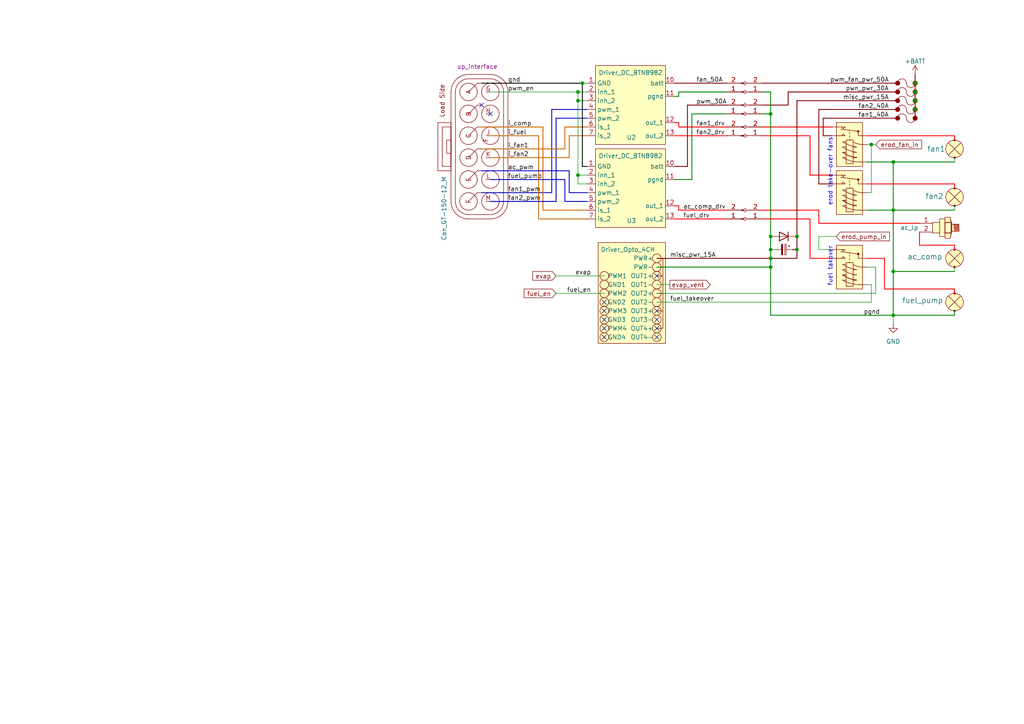
<source format=kicad_sch>
(kicad_sch (version 20231120) (generator "eeschema") (generator_version "8.0")
  (paper "A4")
  (title_block (title "Tahoe_Inputs") (date "2023-12-20") (rev "0.7"))
  (lib_symbols
    (symbol "Connector:Conn_01x02_Pin" (pin_names (offset 1.016) hide)
      (property "Reference" "J" (at 0 2.54 0))
      (property "Value" "Conn_01x02_Pin" (at 0 -5.08 0))
      (symbol "Conn_01x02_Pin_1_1"
        (polyline (pts (xy 1.27 -2.54) (xy 0.8636 -2.54)) (stroke (width 0.1524)))
        (polyline (pts (xy 1.27 0) (xy 0.8636 0)) (stroke (width 0.1524)))
        (rectangle (start 0.8636 -2.413) (end 0 -2.667) (stroke (width 0.1524)) (fill (type outline)))
        (rectangle (start 0.8636 0.127) (end 0 -0.127) (stroke (width 0.1524)) (fill (type outline)))
        (pin passive line (at 5.08 0 180) (length 3.81) (name "Pin_1") (number "1"))
        (pin passive line (at 5.08 -2.54 180) (length 3.81) (name "Pin_2") (number "2"))
      )
    )
    (symbol "Connector:Conn_01x02_Socket" (pin_names (offset 1.016) hide)
      (property "Reference" "J" (at 0 2.54 0))
      (property "Value" "Conn_01x02_Socket" (at 0 -5.08 0))
      (symbol "Conn_01x02_Socket_1_1"
        (arc (start 0 -2.032) (mid -0.5058 -2.54) (end 0 -3.048) (stroke (width 0.1524)))
        (polyline (pts (xy -1.27 -2.54) (xy -0.508 -2.54)) (stroke (width 0.1524)))
        (polyline (pts (xy -1.27 0) (xy -0.508 0)) (stroke (width 0.1524)))
        (arc (start 0 0.508) (mid -0.5058 0) (end 0 -0.508) (stroke (width 0.1524)))
        (pin passive line (at -5.08 0 0) (length 3.81) (name "Pin_1") (number "1"))
        (pin passive line (at -5.08 -2.54 0) (length 3.81) (name "Pin_2") (number "2"))
      )
    )
    (symbol "Device:C_Polarized_Small" (pin_numbers hide) (pin_names (offset 0.254) hide)
      (property "Reference" "C" (at 0.254 1.778 0))
      (property "Value" "C_Polarized_Small" (at 0.254 -2.032 0))
      (symbol "C_Polarized_Small_0_1"
        (rectangle (start -1.524 -0.3048) (end 1.524 -0.6858) (fill (type outline)))
        (rectangle (start -1.524 0.6858) (end 1.524 0.3048))
        (polyline (pts (xy -1.27 1.524) (xy -0.762 1.524)))
        (polyline (pts (xy -1.016 1.27) (xy -1.016 1.778)))
      )
      (symbol "C_Polarized_Small_1_1"
        (pin passive line (at 0 2.54 270) (length 1.8542) (name "~") (number "1"))
        (pin passive line (at 0 -2.54 90) (length 1.8542) (name "~") (number "2"))
      )
    )
    (symbol "Device:D" (pin_numbers hide) (pin_names (offset 1.016) hide)
      (property "Reference" "D" (at 0 2.54 0))
      (property "Value" "D" (at 0 -2.54 0))
      (symbol "D_0_1"
        (polyline (pts (xy -1.27 1.27) (xy -1.27 -1.27)) (stroke (width 0.254)))
        (polyline (pts (xy 1.27 0) (xy -1.27 0)))
        (polyline (pts (xy 1.27 1.27) (xy 1.27 -1.27) (xy -1.27 0) (xy 1.27 1.27)) (stroke (width 0.254)))
      )
      (symbol "D_1_1"
        (pin passive line (at -3.81 0 0) (length 2.54) (name "K") (number "1"))
        (pin passive line (at 3.81 0 180) (length 2.54) (name "A") (number "2"))
      )
    )
    (symbol "Driver_DC_BTN8982_1"
      (property "Reference" "U1" (at 12.954 -15.748 0))
      (property "Value" "Driver_DC_BTN8982" (at 12.7 3.048 0))
      (symbol "Driver_DC_BTN8982_1_1_1"
        (rectangle (start 2.54 5.08) (end 22.86 -17.78) (fill (type background)))
        (pin power_in line (at 0 0 0) (length 2.54) (name "GND") (number "1"))
        (pin power_in line (at 25.4 0 180) (length 2.54) (name "batt") (number "10"))
        (pin power_in line (at 25.4 -3.81 180) (length 2.54) (name "pgnd") (number "11"))
        (pin output line (at 25.4 -11.43 180) (length 2.54) (name "out_1") (number "12"))
        (pin output line (at 25.4 -15.24 180) (length 2.54) (name "out_2") (number "13"))
        (pin input line (at 0 -2.54 0) (length 2.54) (name "inh_1") (number "2"))
        (pin input line (at 0 -5.08 0) (length 2.54) (name "inh_2") (number "3"))
        (pin input line (at 0 -7.62 0) (length 2.54) (name "pwm_1") (number "4"))
        (pin input line (at 0 -10.16 0) (length 2.54) (name "pwm_2") (number "5"))
        (pin output line (at 0 -12.7 0) (length 2.54) (name "is_1") (number "6"))
        (pin output line (at 0 -15.24 0) (length 2.54) (name "is_2") (number "7"))
      )
    )
    (symbol "power:+BATT" (power) (pin_numbers hide) (pin_names (offset 0) hide)
      (property "Value" "+BATT" (at 0 3.556 0))
      (symbol "+BATT_0_1"
        (polyline (pts (xy -0.762 1.27) (xy 0 2.54)))
        (polyline (pts (xy 0 0) (xy 0 2.54)))
        (polyline (pts (xy 0 2.54) (xy 0.762 1.27)))
      )
      (symbol "+BATT_1_1"
        (pin power_in line (at 0 0 90) (length 0) (name "~") (number "1"))
      )
    )
    (symbol "power:GND" (power) (pin_numbers hide) (pin_names (offset 0) hide)
      (property "Value" "GND" (at 0 -3.81 0))
      (symbol "GND_0_1"
        (polyline (pts (xy 0 0) (xy 0 -1.27) (xy 1.27 -1.27) (xy 0 -2.54) (xy -1.27 -1.27) (xy 0 -1.27)))
      )
      (symbol "GND_1_1"
        (pin power_in line (at 0 0 270) (length 0) (name "~") (number "1"))
      )
    )
    (symbol "~2023:Con_GT-150-12_M" (pin_names (offset 1.016))
      (property "Value" "Con_GT-150-12_M" (at -1.27 13.97 0))
      (symbol "Con_GT-150-12_M_0_0"
        (arc (start -21.59 -2.54) (mid -20.1006 -6.1231) (end -16.51 -7.62))
        (arc (start -20.32 -2.54) (mid -19.2041 -5.2341) (end -16.51 -6.35))
        (arc (start -16.51 7.62) (mid -19.2041 6.5041) (end -20.32 3.81))
        (arc (start -16.51 8.89) (mid -20.0931 7.4006) (end -21.59 3.81))
        (rectangle (start -7.62 8.89) (end 6.35 12.7))
        (rectangle (start -6.35 8.89) (end 5.08 11.43))
        (rectangle (start -2.54 8.89) (end 1.27 10.16))
        (polyline (pts (xy -21.59 3.81) (xy -21.59 -2.54)))
        (polyline (pts (xy -20.32 -2.54) (xy -20.32 3.81)))
        (polyline (pts (xy -16.51 -7.62) (xy 15.24 -7.62)))
        (polyline (pts (xy -16.51 7.62) (xy 15.24 7.62)) (fill (type background)))
        (polyline (pts (xy 15.24 -6.35) (xy -16.51 -6.35)))
        (polyline (pts (xy 15.24 8.89) (xy -16.51 8.89)) (fill (type background)))
        (polyline (pts (xy 19.05 3.81) (xy 19.05 -2.54)))
        (polyline (pts (xy 20.32 3.81) (xy 20.32 -2.54)))
        (arc (start 15.24 -7.62) (mid 18.8231 -6.1306) (end 20.32 -2.54))
        (arc (start 15.24 -6.35) (mid 17.9341 -5.2341) (end 19.05 -2.54))
        (arc (start 19.05 3.81) (mid 17.9341 6.5041) (end 15.24 7.62))
        (arc (start 20.32 3.81) (mid 18.8306 7.3931) (end 15.24 8.89))
        (text "F" (at 1.27 -1.27 0) (effects (font (size 1.27 1.27))))
        (text "Load Side" (at 12.7 11.43 0) (effects (font (size 1.27 1.27))))
      )
      (symbol "Con_GT-150-12_M_0_1"
        (circle (center -16.51 -2.54) (radius 2.54))
        (circle (center -10.16 -2.54) (radius 2.54))
        (circle (center -3.81 -2.54) (radius 2.54))
        (circle (center 2.54 -2.54) (radius 2.54))
        (circle (center 8.89 -2.54) (radius 2.54))
        (circle (center 15.24 -2.54) (radius 2.54))
      )
      (symbol "Con_GT-150-12_M_1_1"
        (circle (center -16.51 3.81) (radius 2.54))
        (circle (center -10.16 3.81) (radius 2.54))
        (circle (center -3.81 3.81) (radius 2.54))
        (polyline (pts (xy -13.97 1.27) (xy -16.51 3.81)))
        (polyline (pts (xy -7.62 1.27) (xy -10.16 3.81)))
        (polyline (pts (xy -1.27 1.27) (xy -3.81 3.81)))
        (polyline (pts (xy 5.08 1.27) (xy 2.54 3.81)))
        (polyline (pts (xy 11.43 1.27) (xy 8.89 3.81)))
        (polyline (pts (xy 15.24 3.81) (xy 17.78 1.27)))
        (circle (center 2.54 3.81) (radius 2.54))
        (circle (center 8.89 3.81) (radius 2.54))
        (circle (center 15.24 3.81) (radius 2.54))
        (text "A" (at 15.24 3.81 0) (effects (font (size 1.27 1.27))))
        (text "B" (at 8.89 3.81 0) (effects (font (size 1.27 1.27))))
        (text "C" (at 2.54 3.81 0) (effects (font (size 1.27 1.27))))
        (text "D" (at -3.81 3.81 0) (effects (font (size 1.27 1.27))))
        (text "E" (at -10.16 3.81 0) (effects (font (size 1.27 1.27))))
        (text "F" (at -16.51 3.81 0) (effects (font (size 1.27 1.27))))
        (pin passive line (at 15.24 -2.54 90) (length 1.27) (name "~") (number "G"))
        (pin passive line (at 8.89 -2.54 90) (length 1.27) (name "~") (number "H"))
        (pin passive line (at 2.54 -2.54 90) (length 1.27) (name "~") (number "J"))
        (pin passive line (at -3.81 -2.54 90) (length 1.27) (name "~") (number "K"))
        (pin passive line (at -10.16 -2.54 90) (length 1.27) (name "~") (number "L"))
        (pin passive line (at -16.51 -2.54 90) (length 1.27) (name "~") (number "M"))
        (pin passive line (at -13.97 0 90) (length 1.27) (name "~") (number "~"))
        (pin passive line (at -7.62 0 90) (length 1.27) (name "~") (number "~"))
        (pin passive line (at -1.27 0 90) (length 1.27) (name "~") (number "~"))
        (pin passive line (at 5.08 0 90) (length 1.27) (name "~") (number "~"))
        (pin passive line (at 11.43 0 90) (length 1.27) (name "~") (number "~"))
        (pin passive line (at 17.78 0 90) (length 1.27) (name "~") (number "~"))
      )
    )
    (symbol "~2023:Driver_Opto_4CH" (pin_names (offset 1.016))
      (property "Value" "Driver_Opto_4CH" (at 6.858 7.62 0))
      (symbol "Driver_Opto_4CH_0_1"
        (rectangle (start -1.778 9.652) (end 17.78 -19.558) (fill (type background)))
        (circle (center 0 -17.78) (radius 1.27))
        (circle (center 0 -15.24) (radius 1.27))
        (circle (center 0 -12.7) (radius 1.27))
        (circle (center 0 -10.16) (radius 1.27))
        (circle (center 0 -7.62) (radius 1.27))
        (circle (center 0 -5.08) (radius 1.27))
        (circle (center 0 -2.54) (radius 1.27))
        (circle (center 0 0) (radius 1.27))
        (circle (center 15.24 -17.78) (radius 1.27))
        (circle (center 15.24 -15.24) (radius 1.27))
        (circle (center 15.24 -12.7) (radius 1.27))
        (circle (center 15.24 -10.16) (radius 1.27))
        (circle (center 15.24 -7.62) (radius 1.27))
        (circle (center 15.24 -5.08) (radius 1.27))
        (circle (center 15.24 -2.54) (radius 1.27))
        (circle (center 15.24 0) (radius 1.27))
        (circle (center 15.24 2.54) (radius 1.27))
        (circle (center 15.24 5.08) (radius 1.27))
      )
      (symbol "Driver_Opto_4CH_1_1"
        (polyline (pts (xy 15.24 -10.16) (xy 17.018 -10.16)))
        (polyline (pts (xy 15.24 -5.08) (xy 17.018 -5.08)))
        (polyline (pts (xy 15.24 0) (xy 17.018 0)))
        (polyline (pts (xy 15.24 5.08) (xy 17.018 5.08) (xy 17.018 -15.24) (xy 15.24 -15.24)))
        (pin input line (at 0 -2.54 0) (length 0) (name "GND1") (number "~"))
        (pin input line (at 0 -7.62 0) (length 0) (name "GND2") (number "~"))
        (pin input line (at 0 -12.7 0) (length 0) (name "GND3") (number "~"))
        (pin input line (at 0 -17.78 0) (length 0) (name "GND4") (number "~"))
        (pin output line (at 15.24 0 180) (length 0) (name "OUT1+") (number "~"))
        (pin output line (at 15.24 -2.54 180) (length 0) (name "OUT1-") (number "~"))
        (pin output line (at 15.24 -5.08 180) (length 0) (name "OUT2+") (number "~"))
        (pin output line (at 15.24 -7.62 180) (length 0) (name "OUT2-") (number "~"))
        (pin output line (at 15.24 -10.16 180) (length 0) (name "OUT3+") (number "~"))
        (pin output line (at 15.24 -12.7 180) (length 0) (name "OUT3-") (number "~"))
        (pin output line (at 15.24 -15.24 180) (length 0) (name "OUT4+") (number "~"))
        (pin output line (at 15.24 -17.78 180) (length 0) (name "OUT4-") (number "~"))
        (pin input line (at 0 0 0) (length 0) (name "PWM1") (number "~"))
        (pin input line (at 0 -5.08 0) (length 0) (name "PWM2") (number "~"))
        (pin input line (at 0 -10.16 0) (length 0) (name "PWM3") (number "~"))
        (pin input line (at 0 -15.24 0) (length 0) (name "PWM4") (number "~"))
        (pin power_in line (at 15.24 5.08 180) (length 0) (name "PWR+") (number "~"))
        (pin power_in line (at 15.24 2.54 180) (length 0) (name "PWR-") (number "~"))
      )
    )
    (symbol "~2023:Fuse_Large" (pin_names (offset 1.016))
      (symbol "Fuse_Large_0_1"
        (circle (center -2.54 0) (radius 0.635) (stroke (width 0.127)) (fill (type outline)))
        (arc (start 0 0) (mid -1.27 1.2645) (end -2.54 0))
        (arc (start 0 0) (mid 1.27 -1.2645) (end 2.54 0))
        (circle (center 2.54 0) (radius 0.635) (fill (type outline)))
      )
      (symbol "Fuse_Large_1_1"
        (pin power_in line (at -2.54 0 180) (length 3.81) hide (name "~") (number "1"))
        (pin power_in line (at 2.54 0 0) (length 3.81) hide (name "~") (number "2"))
      )
    )
    (symbol "~2023:Motor" (power) (pin_names (offset 1.016))
      (symbol "Motor_0_1"
        (polyline (pts (xy -1.778 1.778) (xy 1.778 -1.778)))
        (polyline (pts (xy 1.778 1.778) (xy -1.778 -1.778)))
        (circle (center 0 0) (radius 2.54) (fill (type background)))
        (circle (center 2.54 0) (radius 0.254) (fill (type outline)))
      )
      (symbol "Motor_1_1"
        (circle (center -2.54 0) (radius 0.254) (fill (type outline)))
        (pin input line (at -2.54 0 180) (length 1.905) hide (name "~") (number "1"))
        (pin input line (at 2.54 0 0) (length 1.905) hide (name "~") (number "2"))
      )
    )
    (symbol "~2023:Relay_SPDT" (pin_numbers hide) (pin_names (offset 0) hide)
      (symbol "Relay_SPDT_0_1"
        (polyline (pts (xy 2.54 1.27) (xy 2.54 0)))
        (polyline (pts (xy 2.54 1.27) (xy 7.62 1.905)))
        (polyline (pts (xy 5.0292 0.5588) (xy 5.0292 1.0414)))
        (polyline (pts (xy 5.0292 1.6002) (xy 5.0292 1.4732) (xy 5.0292 1.4478)))
        (polyline (pts (xy 6.35 0) (xy 6.858 0.508) (xy 7.366 0)))
        (polyline (pts (xy 6.35 2.54) (xy 6.858 2.032) (xy 7.366 2.54)))
        (rectangle (start 1.27 3.81) (end 8.89 -8.89) (fill (type background)))
        (circle (center 2.54 1.27) (radius 0.254) (fill (type outline)))
      )
      (symbol "Relay_SPDT_1_1"
        (polyline (pts (xy 2.8702 -7.5946) (xy 1.8542 -7.5946)))
        (polyline (pts (xy 2.9972 -4.8006) (xy 4.0132 -4.8006)))
        (polyline (pts (xy 2.9972 -3.2766) (xy 4.0132 -3.2766)))
        (polyline (pts (xy 4.0132 -6.3246) (xy 2.9972 -6.3246)))
        (polyline (pts (xy 4.0132 -6.3246) (xy 2.9972 -6.3246)))
        (polyline (pts (xy 5.0292 -0.9906) (xy 5.0292 -1.2446)))
        (polyline (pts (xy 5.0292 -0.4826) (xy 5.0292 0.0254)))
        (polyline (pts (xy 7.0612 -6.3246) (xy 6.0452 -6.3246)))
        (polyline (pts (xy 7.0612 -4.8006) (xy 6.0452 -4.8006)))
        (polyline (pts (xy 7.0612 -4.8006) (xy 6.0452 -4.8006)))
        (polyline (pts (xy 7.0612 -3.2766) (xy 6.0452 -3.2766)))
        (polyline (pts (xy 7.0612 -1.7526) (xy 6.0452 -1.7526)))
        (arc (start 1.9812 -2.5146) (mid 2.9564 -2.2655) (end 3.8862 -1.8796))
        (arc (start 2.9972 -7.5946) (mid 5.1022 -7.1918) (end 7.0612 -6.3246))
        (arc (start 2.9972 -6.3246) (mid 5.1246 -5.8177) (end 7.0612 -4.8006))
        (arc (start 2.9972 -6.3246) (mid 5.1246 -5.8177) (end 7.0612 -4.8006))
        (arc (start 2.9972 -4.8006) (mid 5.1227 -4.2891) (end 7.0612 -3.2766))
        (arc (start 2.9972 -3.2766) (mid 5.1108 -2.7329) (end 7.0612 -1.7526))
        (rectangle (start 6.0452 -1.2446) (end 4.0132 -8.1026))
        (pin output line (at 10.16 2.54 180) (length 3.81) (name "~") (number "NC"))
        (pin output line (at 10.16 0 180) (length 3.81) (name "~") (number "NO"))
        (pin input line (at 0 -7.62 0) (length 1.905) (name "Coil") (number "~"))
        (pin input line (at 0 -2.54 0) (length 1.905) (name "coil") (number "~"))
        (pin output line (at 0 0 0) (length 2.54) (name "~") (number "~"))
      )
    )
    (symbol "~2023:Switch_Pressure" (pin_names (offset 1.016))
      (property "Reference" "U" (at 0 4.064 0))
      (property "Value" "Switch_Pressure" (at 0 -4.318 0))
      (symbol "Switch_Pressure_0_1"
        (rectangle (start 2.286 1.524) (end 4.064 -1.524) (fill (type background)))
      )
      (symbol "Switch_Pressure_1_1"
        (polyline (pts (xy 0.762 1.524) (xy 0.762 -1.524)))
        (polyline (pts (xy 2.286 1.524) (xy 4.064 1.524)))
        (polyline (pts (xy 4.318 -1.016) (xy 4.318 1.016)))
        (polyline (pts (xy 5.08 -1.016) (xy 4.826 1.016)))
        (polyline (pts (xy 5.334 -1.016) (xy 5.08 1.016)))
        (polyline (pts (xy 5.588 -1.016) (xy 5.334 1.016)))
        (polyline (pts (xy 5.842 -1.016) (xy 5.588 1.016)))
        (polyline (pts (xy 6.096 -1.016) (xy 5.842 1.016)))
        (polyline (pts (xy 6.35 -1.016) (xy 6.096 1.016)))
        (polyline (pts (xy 2.286 2.54) (xy 2.286 -2.54) (xy 0.762 -2.54) (xy 0.762 -1.524) (xy -1.27 -1.524) (xy -1.27 1.524) (xy 0.762 1.524) (xy 0.762 2.54) (xy 2.286 2.54) (xy 2.286 3.048) (xy 3.81 3.048) (xy 4.318 1.016) (xy 6.35 1.016) (xy 6.35 -1.016) (xy 4.318 -1.016) (xy 3.81 -3.048) (xy 2.286 -3.048) (xy 2.286 -1.524) (xy 4.064 -1.524)) (fill (type background)))
        (arc (start 3.81 -3.048) (mid 4.1329 0) (end 3.81 3.048))
        (pin input line (at -5.08 1.27 0) (length 3.81) (name "~") (number "1"))
        (pin output line (at -5.08 -1.27 0) (length 3.81) (name "~") (number "2"))
      )
    )
  )
  (junction (at 231.14 68.58))
  (junction (at 259.08 60.96))
  (junction (at 252.73 41.91))
  (junction (at 223.52 72.39))
  (junction (at 167.64 26.67))
  (junction (at 167.64 29.21))
  (junction (at 265.43 31.75))
  (junction (at 265.43 26.67))
  (junction (at 223.52 74.93))
  (junction (at 265.43 29.21))
  (junction (at 223.52 77.47))
  (junction (at 259.08 46.99))
  (junction (at 259.08 91.44))
  (junction (at 265.43 24.13))
  (junction (at 231.14 72.39))
  (junction (at 223.52 68.58))
  (junction (at 168.91 24.13))
  (junction (at 167.64 50.8))
  (junction (at 259.08 78.74))
  (junction (at 223.52 33.02))
  (no_connect (at 175.26 95.25))
  (no_connect (at 190.5 90.17))
  (no_connect (at 139.7 30.48))
  (no_connect (at 190.5 95.25))
  (no_connect (at 190.5 97.79))
  (no_connect (at 142.24 33.02))
  (no_connect (at 175.26 97.79))
  (no_connect (at 175.26 87.63))
  (no_connect (at 175.26 90.17))
  (no_connect (at 175.26 92.71))
  (no_connect (at 190.5 92.71))
  (no_connect (at 190.5 80.01))
  (wire (pts (xy 265.43 21.59) (xy 265.43 24.13)) (stroke (width 0.254) (color 132 0 0 1)))
  (wire (pts (xy 252.73 87.63) (xy 252.73 82.55)))
  (wire (pts (xy 237.49 68.58) (xy 237.49 72.39)))
  (wire (pts (xy 259.08 78.74) (xy 276.86 78.74)) (stroke (width 0.254) (color 0 132 0 1)))
  (wire (pts (xy 237.49 31.75) (xy 237.49 53.34)) (stroke (width 0.254) (color 132 0 0 1)))
  (wire (pts (xy 220.98 24.13) (xy 260.35 24.13)) (stroke (width 0.254) (color 132 0 0 1)))
  (wire (pts (xy 196.85 36.83) (xy 210.82 36.83)) (stroke (width 0.254) (color 255 0 0 1)))
  (wire (pts (xy 223.52 91.44) (xy 259.08 91.44)) (stroke (width 0.254) (color 0 132 0 1)))
  (wire (pts (xy 220.98 39.37) (xy 234.95 39.37)) (stroke (width 0.254) (color 255 0 0 1)))
  (wire (pts (xy 223.52 77.47) (xy 223.52 91.44)) (stroke (width 0.254) (color 0 132 0 1)))
  (wire (pts (xy 165.1 49.53) (xy 165.1 55.88)) (stroke (width 0.254) (color 0 0 194 1)))
  (wire (pts (xy 194.31 82.55) (xy 190.5 82.55)))
  (wire (pts (xy 266.7 67.31) (xy 266.7 71.12)) (stroke (width 0.254) (color 255 0 0 1)))
  (wire (pts (xy 167.64 26.67) (xy 170.18 26.67)))
  (wire (pts (xy 161.29 80.01) (xy 175.26 80.01)))
  (wire (pts (xy 234.95 39.37) (xy 234.95 50.8)) (stroke (width 0.254) (color 255 0 0 1)))
  (wire (pts (xy 165.1 39.37) (xy 165.1 45.72)) (stroke (width 0.254) (color 204 102 0 1)))
  (wire (pts (xy 195.58 35.56) (xy 196.85 35.56)) (stroke (width 0.254) (color 255 0 0 1)))
  (wire (pts (xy 167.64 26.67) (xy 167.64 29.21)))
  (wire (pts (xy 142.24 39.37) (xy 156.21 39.37)) (stroke (width 0.254) (color 204 102 0 1)))
  (wire (pts (xy 252.73 82.55) (xy 251.46 82.55)))
  (wire (pts (xy 256.54 83.82) (xy 256.54 74.93)) (stroke (width 0.254) (color 255 0 0 1)))
  (wire (pts (xy 223.52 68.58) (xy 223.52 71.12)))
  (wire (pts (xy 254 77.47) (xy 254 85.09)) (stroke (width 0) (color 0 132 0 1)))
  (wire (pts (xy 163.83 52.07) (xy 163.83 58.42)) (stroke (width 0.254) (color 0 0 194 1)))
  (wire (pts (xy 276.86 91.44) (xy 276.86 90.17)) (stroke (width 0.254) (color 0 132 0 1)))
  (wire (pts (xy 195.58 27.94) (xy 196.85 27.94)) (stroke (width 0.254) (color 0 132 0 1)))
  (wire (pts (xy 223.52 33.02) (xy 223.52 68.58)) (stroke (width 0.254) (color 0 132 0 1)))
  (wire (pts (xy 234.95 74.93) (xy 241.3 74.93)) (stroke (width 0.254) (color 255 0 0 1)))
  (wire (pts (xy 260.35 34.29) (xy 238.76 34.29)) (stroke (width 0.254) (color 132 0 0 1)))
  (wire (pts (xy 161.29 34.29) (xy 161.29 58.42)) (stroke (width 0.254) (color 0 0 194 1)))
  (wire (pts (xy 265.43 26.67) (xy 265.43 29.21)) (stroke (width 0.254) (color 132 0 0 1)))
  (wire (pts (xy 195.58 48.26) (xy 199.39 48.26)) (stroke (width 0.254) (color 132 0 0 1)))
  (wire (pts (xy 195.58 63.5) (xy 210.82 63.5)) (stroke (width 0.254) (color 255 0 0 1)))
  (wire (pts (xy 199.39 30.48) (xy 210.82 30.48)) (stroke (width 0.254) (color 132 0 0 1)))
  (wire (pts (xy 200.66 52.07) (xy 200.66 33.02)) (stroke (width 0.254) (color 0 132 0 1)))
  (wire (pts (xy 142.24 58.42) (xy 161.29 58.42)) (stroke (width 0.254) (color 0 0 194 1)))
  (wire (pts (xy 223.52 26.67) (xy 223.52 33.02)) (stroke (width 0.254) (color 0 132 0 1)))
  (wire (pts (xy 196.85 26.67) (xy 210.82 26.67)) (stroke (width 0.254) (color 0 132 0 1)))
  (wire (pts (xy 242.57 68.58) (xy 237.49 68.58)))
  (wire (pts (xy 195.58 52.07) (xy 200.66 52.07)) (stroke (width 0.254) (color 0 132 0 1)))
  (wire (pts (xy 259.08 60.96) (xy 259.08 78.74)) (stroke (width 0.254) (color 0 132 0 1)))
  (wire (pts (xy 265.43 24.13) (xy 265.43 26.67)) (stroke (width 0.254) (color 132 0 0 1)))
  (wire (pts (xy 195.58 59.69) (xy 196.85 59.69)) (stroke (width 0.254) (color 255 0 0 1)))
  (wire (pts (xy 238.76 39.37) (xy 241.3 39.37)) (stroke (width 0.254) (color 132 0 0 1)))
  (wire (pts (xy 139.7 49.53) (xy 165.1 49.53)) (stroke (width 0.254) (color 0 0 194 1)))
  (wire (pts (xy 167.64 50.8) (xy 170.18 50.8)))
  (wire (pts (xy 251.46 39.37) (xy 276.86 39.37)) (stroke (width 0.254) (color 255 0 0 1)))
  (wire (pts (xy 231.14 68.58) (xy 231.14 71.12)))
  (wire (pts (xy 196.85 35.56) (xy 196.85 36.83)) (stroke (width 0.254) (color 255 0 0 1)))
  (wire (pts (xy 142.24 26.67) (xy 167.64 26.67)))
  (wire (pts (xy 163.83 36.83) (xy 170.18 36.83)) (stroke (width 0.254) (color 204 102 0 1)))
  (wire (pts (xy 190.5 87.63) (xy 252.73 87.63)))
  (wire (pts (xy 160.02 31.75) (xy 170.18 31.75)) (stroke (width 0.254) (color 0 0 194 1)))
  (wire (pts (xy 220.98 36.83) (xy 241.3 36.83)) (stroke (width 0.254) (color 255 0 0 1)))
  (wire (pts (xy 163.83 58.42) (xy 170.18 58.42)) (stroke (width 0.254) (color 0 0 194 1)))
  (wire (pts (xy 254 85.09) (xy 190.5 85.09)) (stroke (width 0) (color 0 132 0 1)))
  (wire (pts (xy 259.08 46.99) (xy 259.08 60.96)) (stroke (width 0.254) (color 0 132 0 1)))
  (wire (pts (xy 165.1 39.37) (xy 170.18 39.37)) (stroke (width 0.254) (color 204 102 0 1)))
  (wire (pts (xy 231.14 29.21) (xy 231.14 68.58)) (stroke (width 0.254) (color 132 0 0 1)))
  (wire (pts (xy 142.24 52.07) (xy 163.83 52.07)) (stroke (width 0.254) (color 0 0 194 1)))
  (wire (pts (xy 223.52 74.93) (xy 190.5 74.93)) (stroke (width 0.254) (color 132 0 0 1)))
  (wire (pts (xy 234.95 50.8) (xy 241.3 50.8)) (stroke (width 0.254) (color 255 0 0 1)))
  (wire (pts (xy 157.48 60.96) (xy 170.18 60.96)) (stroke (width 0.254) (color 204 102 0 1)))
  (wire (pts (xy 163.83 36.83) (xy 163.83 43.18)) (stroke (width 0.254) (color 204 102 0 1)))
  (wire (pts (xy 251.46 55.88) (xy 252.73 55.88)))
  (wire (pts (xy 223.52 72.39) (xy 223.52 74.93)))
  (wire (pts (xy 231.14 68.58) (xy 231.14 72.39)) (stroke (width 0.254) (color 132 0 0 1)))
  (wire (pts (xy 231.14 29.21) (xy 260.35 29.21)) (stroke (width 0.254) (color 132 0 0 1)))
  (wire (pts (xy 231.14 74.93) (xy 223.52 74.93)) (stroke (width 0.254) (color 132 0 0 1)))
  (wire (pts (xy 276.86 46.99) (xy 276.86 45.72)))
  (wire (pts (xy 251.46 46.99) (xy 259.08 46.99)) (stroke (width 0.254) (color 0 132 0 1)))
  (wire (pts (xy 168.91 48.26) (xy 170.18 48.26)) (stroke (width 0.254) (color 0 0 0 1)))
  (wire (pts (xy 220.98 63.5) (xy 234.95 63.5)) (stroke (width 0.254) (color 255 0 0 1)))
  (wire (pts (xy 265.43 29.21) (xy 265.43 31.75)) (stroke (width 0.254) (color 132 0 0 1)))
  (wire (pts (xy 259.08 60.96) (xy 276.86 60.96)) (stroke (width 0.254) (color 0 132 0 1)))
  (wire (pts (xy 251.46 53.34) (xy 276.86 53.34)) (stroke (width 0.254) (color 255 0 0 1)))
  (wire (pts (xy 167.64 53.34) (xy 170.18 53.34)))
  (wire (pts (xy 139.7 36.83) (xy 157.48 36.83)) (stroke (width 0.254) (color 204 102 0 1)))
  (wire (pts (xy 241.3 53.34) (xy 237.49 53.34)) (stroke (width 0.254) (color 132 0 0 1)))
  (wire (pts (xy 223.52 77.47) (xy 190.5 77.47)) (stroke (width 0.254) (color 0 132 0 1)))
  (wire (pts (xy 196.85 60.96) (xy 210.82 60.96)) (stroke (width 0.254) (color 255 0 0 1)))
  (wire (pts (xy 196.85 26.67) (xy 196.85 27.94)) (stroke (width 0.254) (color 0 132 0 1)))
  (wire (pts (xy 156.21 39.37) (xy 156.21 63.5)) (stroke (width 0.254) (color 204 102 0 1)))
  (wire (pts (xy 276.86 71.12) (xy 276.86 72.39)) (stroke (width 0.254) (color 255 0 0 1)))
  (wire (pts (xy 228.6 26.67) (xy 228.6 30.48)) (stroke (width 0.254) (color 132 0 0 1)))
  (wire (pts (xy 167.64 29.21) (xy 170.18 29.21)))
  (wire (pts (xy 157.48 36.83) (xy 157.48 60.96)) (stroke (width 0.254) (color 204 102 0 1)))
  (wire (pts (xy 231.14 72.39) (xy 229.87 72.39)) (stroke (width 0.254) (color 132 0 0 1)))
  (wire (pts (xy 223.52 68.58) (xy 223.52 72.39)) (stroke (width 0.254) (color 0 132 0 1)))
  (wire (pts (xy 161.29 85.09) (xy 175.26 85.09)))
  (wire (pts (xy 251.46 60.96) (xy 259.08 60.96)) (stroke (width 0.254) (color 0 132 0 1)))
  (wire (pts (xy 252.73 41.91) (xy 252.73 55.88)))
  (wire (pts (xy 237.49 72.39) (xy 241.3 72.39)))
  (wire (pts (xy 251.46 77.47) (xy 254 77.47)) (stroke (width 0) (color 0 132 0 1)))
  (wire (pts (xy 252.73 41.91) (xy 254 41.91)))
  (wire (pts (xy 168.91 24.13) (xy 170.18 24.13)))
  (wire (pts (xy 220.98 26.67) (xy 223.52 26.67)) (stroke (width 0.254) (color 0 132 0 1)))
  (wire (pts (xy 168.91 24.13) (xy 168.91 48.26)) (stroke (width 0.254) (color 0 0 0 1)))
  (wire (pts (xy 231.14 72.39) (xy 231.14 74.93)) (stroke (width 0.254) (color 132 0 0 1)))
  (wire (pts (xy 276.86 39.37) (xy 276.86 40.64)) (stroke (width 0.254) (color 255 0 0 1)))
  (wire (pts (xy 161.29 34.29) (xy 170.18 34.29)) (stroke (width 0.254) (color 0 0 194 1)))
  (wire (pts (xy 160.02 31.75) (xy 160.02 55.88)) (stroke (width 0.254) (color 0 0 194 1)))
  (wire (pts (xy 195.58 24.13) (xy 210.82 24.13)) (stroke (width 0.254) (color 132 0 0 1)))
  (wire (pts (xy 276.86 59.69) (xy 276.86 60.96)))
  (wire (pts (xy 167.64 50.8) (xy 167.64 53.34)))
  (wire (pts (xy 276.86 85.09) (xy 276.86 83.82)) (stroke (width 0.254) (color 255 0 0 1)))
  (wire (pts (xy 238.76 34.29) (xy 238.76 39.37)) (stroke (width 0.254) (color 132 0 0 1)))
  (wire (pts (xy 223.52 74.93) (xy 223.52 77.47)) (stroke (width 0.254) (color 0 132 0 1)))
  (wire (pts (xy 276.86 83.82) (xy 256.54 83.82)) (stroke (width 0.254) (color 255 0 0 1)))
  (wire (pts (xy 196.85 59.69) (xy 196.85 60.96)) (stroke (width 0.254) (color 255 0 0 1)))
  (wire (pts (xy 195.58 39.37) (xy 210.82 39.37)) (stroke (width 0.254) (color 255 0 0 1)))
  (wire (pts (xy 266.7 71.12) (xy 276.86 71.12)) (stroke (width 0.254) (color 255 0 0 1)))
  (wire (pts (xy 234.95 74.93) (xy 234.95 63.5)) (stroke (width 0.254) (color 255 0 0 1)))
  (wire (pts (xy 251.46 41.91) (xy 252.73 41.91)))
  (wire (pts (xy 228.6 26.67) (xy 260.35 26.67)) (stroke (width 0.254) (color 132 0 0 1)))
  (wire (pts (xy 220.98 60.96) (xy 237.49 60.96)) (stroke (width 0.254) (color 255 0 0 1)))
  (wire (pts (xy 265.43 31.75) (xy 265.43 34.29)) (stroke (width 0.254) (color 132 0 0 1)))
  (wire (pts (xy 237.49 64.77) (xy 266.7 64.77)) (stroke (width 0.254) (color 255 0 0 1)))
  (wire (pts (xy 199.39 30.48) (xy 199.39 48.26)) (stroke (width 0.254) (color 132 0 0 1)))
  (wire (pts (xy 139.7 43.18) (xy 163.83 43.18)) (stroke (width 0.254) (color 204 102 0 1)))
  (wire (pts (xy 167.64 29.21) (xy 167.64 50.8)))
  (wire (pts (xy 259.08 46.99) (xy 276.86 46.99)) (stroke (width 0.254) (color 0 132 0 1)))
  (wire (pts (xy 142.24 45.72) (xy 165.1 45.72)) (stroke (width 0.254) (color 204 102 0 1)))
  (wire (pts (xy 276.86 77.47) (xy 276.86 78.74)))
  (wire (pts (xy 223.52 72.39) (xy 223.52 74.93)) (stroke (width 0.254) (color 0 132 0 1)))
  (wire (pts (xy 237.49 60.96) (xy 237.49 64.77)) (stroke (width 0.254) (color 255 0 0 1)))
  (wire (pts (xy 200.66 33.02) (xy 210.82 33.02)) (stroke (width 0.254) (color 0 132 0 1)))
  (wire (pts (xy 220.98 30.48) (xy 228.6 30.48)) (stroke (width 0.254) (color 132 0 0 1)))
  (wire (pts (xy 276.86 54.61) (xy 276.86 53.34)) (stroke (width 0.254) (color 255 0 0 1)))
  (wire (pts (xy 260.35 31.75) (xy 237.49 31.75)) (stroke (width 0.254) (color 132 0 0 1)))
  (wire (pts (xy 220.98 33.02) (xy 223.52 33.02)) (stroke (width 0.254) (color 0 132 0 1)))
  (wire (pts (xy 251.46 74.93) (xy 256.54 74.93)) (stroke (width 0.254) (color 255 0 0 1)))
  (wire (pts (xy 259.08 91.44) (xy 259.08 93.98)))
  (wire (pts (xy 259.08 78.74) (xy 259.08 91.44)) (stroke (width 0.254) (color 0 132 0 1)))
  (wire (pts (xy 165.1 55.88) (xy 170.18 55.88)) (stroke (width 0.254) (color 0 0 194 1)))
  (wire (pts (xy 139.7 55.88) (xy 160.02 55.88)) (stroke (width 0.254) (color 0 0 194 1)))
  (wire (pts (xy 156.21 63.5) (xy 170.18 63.5)) (stroke (width 0.254) (color 204 102 0 1)))
  (wire (pts (xy 259.08 91.44) (xy 276.86 91.44)) (stroke (width 0.254) (color 0 132 0 1)))
  (wire (pts (xy 139.7 24.13) (xy 168.91 24.13)) (stroke (width 0.254) (color 0 0 0 1)))
  (wire (pts (xy 224.79 72.39) (xy 223.52 72.39)))
  (text "fuel takover" (at 240.792 77.216 90) (effects (font (size 1.27 1.27))))
  (text "erod take-over fans" (at 240.792 49.784 90) (effects (font (size 1.27 1.27))))
  (label "fan_50A" (at 201.93 24.13 0))
  (label "misc_pwr_15A" (at 194.31 74.93 0))
  (label "fan2_40A" (at 257.81 31.75 180))
  (label "fan1_pwm" (at 147.32 55.88 0))
  (label "pgnd" (at 255.27 91.44 180))
  (label "fuel_en" (at 171.45 85.09 180))
  (label "ac_comp_drv" (at 198.12 60.96 0))
  (label "pwm_30A" (at 201.93 30.48 0))
  (label "fan2_drv" (at 201.93 39.37 0))
  (label "fuel_takeover" (at 194.31 87.63 0))
  (label "fan2_pwm" (at 147.32 58.42 0))
  (label "i_fan1" (at 147.32 43.18 0))
  (label "evap" (at 171.45 80.01 180))
  (label "i_comp" (at 147.32 36.83 0))
  (label "misc_pwr_15A" (at 257.81 29.21 180))
  (label "gnd" (at 147.32 24.13 0))
  (label "pwn_pwr_30A" (at 257.81 26.67 180))
  (label "fuel_pump" (at 147.32 52.07 0))
  (label "pwm_fan_pwr_50A" (at 257.81 24.13 180))
  (label "i_fan2" (at 147.32 45.72 0))
  (label "fan1_drv" (at 201.93 36.83 0))
  (label "pwm_en" (at 147.32 26.67 0))
  (label "ac_pwm" (at 147.32 49.53 0))
  (label "i_fuel" (at 147.32 39.37 0))
  (label "fan1_40A" (at 257.81 34.29 180))
  (label "fuel_drv" (at 198.12 63.5 0))
  (global_label "erod_pump_in" (shape input) (at 242.57 68.58 0) (property "Intersheetrefs" "${INTERSHEET_REFS}" (effects (hide yes))))
  (global_label "erod_fan_in" (shape input) (at 254 41.91 0) (property "Intersheetrefs" "${INTERSHEET_REFS}" (effects (hide yes))))
  (global_label "fuel_en" (shape input) (at 161.29 85.09 180) (property "Intersheetrefs" "${INTERSHEET_REFS}" (effects (hide yes))))
  (global_label "evap_vent" (shape output) (at 194.31 82.55 0) (property "Intersheetrefs" "${INTERSHEET_REFS}" (effects (hide yes))))
  (global_label "evap" (shape input) (at 161.29 80.01 180) (property "Intersheetrefs" "${INTERSHEET_REFS}" (effects (hide yes))))
  (symbol (lib_id "Connector:Conn_01x02_Pin") (at 215.9 63.5 180) (unit 1)
    (property "Reference" "J23" (effects (hide yes)))
    (property "Value" "Conn_01x02_Pin" (effects (hide yes)))
    (property "Description" "Generic connector, single row, 01x02, script generated" (effects (hide yes)))
  )
  (symbol (lib_name "~2023:Relay_SPDT") (lib_id "~2023:Relay_SPDT") (at 251.46 53.34 0) (mirror y) (unit 1)
    (property "Reference" "K2" (effects (hide yes)))
    (property "Value" "Relay_SPDT" (effects (hide yes)))
  )
  (symbol (lib_id "Connector:Conn_01x02_Pin") (at 215.9 26.67 180) (unit 1)
    (property "Reference" "J5" (effects (hide yes)))
    (property "Value" "Conn_01x02_Pin" (effects (hide yes)))
    (property "Description" "Generic connector, single row, 01x02, script generated" (effects (hide yes)))
  )
  (symbol (lib_id "~2023:Fuse_Large") (at 262.89 31.75 0) (unit 1)
    (property "Reference" "F_L4" (effects (hide yes)))
    (property "Value" "Fuse_Large" (effects (hide yes)))
  )
  (symbol (lib_name "~2023:Relay_SPDT") (lib_id "~2023:Relay_SPDT") (at 251.46 74.93 0) (mirror y) (unit 1)
    (property "Reference" "K3" (effects (hide yes)))
    (property "Value" "Relay_SPDT" (effects (hide yes)))
  )
  (symbol (lib_id "Connector:Conn_01x02_Socket") (at 215.9 26.67 180) (unit 1)
    (property "Reference" "J6" (effects (hide yes)))
    (property "Value" "Conn_01x02_Socket" (effects (hide yes)))
    (property "Description" "Generic connector, single row, 01x02, script generated" (effects (hide yes)))
  )
  (symbol (lib_id "Connector:Conn_01x02_Pin") (at 215.9 39.37 180) (unit 1)
    (property "Reference" "J9" (effects (hide yes)))
    (property "Value" "Conn_01x02_Pin" (effects (hide yes)))
    (property "Description" "Generic connector, single row, 01x02, script generated" (effects (hide yes)))
  )
  (symbol (lib_id "~2023:Motor") (at 276.86 57.15 90) (unit 1)
    (property "Reference" "MOT02" (effects (hide yes)))
    (property "Value" "fan2" (at 271.018 56.896 90) (effects (font (size 1.524 1.524))))
  )
  (symbol (lib_id "~2023:Switch_Pressure") (at 271.78 66.04 0) (unit 1)
    (property "Reference" "U13" (effects (hide yes)))
    (property "Value" "ac_lp" (at 261.112 66.04 0) (effects (justify left)))
  )
  (symbol (lib_id "~2023:Fuse_Large") (at 262.89 26.67 0) (unit 1)
    (property "Reference" "F_L2" (effects (hide yes)))
    (property "Value" "Fuse_Large" (effects (hide yes)))
  )
  (symbol (lib_id "~2023:Motor") (at 276.86 87.63 270) (unit 1)
    (property "Reference" "MOT04" (effects (hide yes)))
    (property "Value" "fuel_pump" (at 261.62 87.122 90) (effects (font (size 1.524 1.524)) (justify left)))
  )
  (symbol (lib_id "~2023:Motor") (at 276.86 74.93 270) (unit 1)
    (property "Reference" "MOT03" (effects (hide yes)))
    (property "Value" "ac_comp" (at 263.144 74.422 90) (effects (font (size 1.524 1.524)) (justify left)))
  )
  (symbol (lib_id "Device:C_Polarized_Small") (at 227.33 72.39 270) (unit 1)
    (property "Reference" "C4" (effects (hide yes)))
    (property "Value" "C_Polarized_Small" (effects (hide yes)))
    (property "Description" "Polarized capacitor, small symbol" (effects (hide yes)))
  )
  (symbol (lib_name "Driver_DC_BTN8982_1") (lib_id "~2023:Driver_DC_BTN8982") (at 170.18 48.26 0) (unit 1)
    (property "Reference" "U3" (at 183.134 64.008 0))
    (property "Value" "Driver_DC_BTN8982" (at 182.88 45.212 0))
  )
  (symbol (lib_id "Device:D") (at 227.33 68.58 180) (unit 1)
    (property "Reference" "D4" (effects (hide yes)))
    (property "Value" "D" (effects (hide yes)))
    (property "Description" "Diode" (effects (hide yes)))
    (property "Sim.Device" "D" (effects (hide yes)))
    (property "Sim.Pins" "1=K 2=A" (effects (hide yes)))
  )
  (symbol (lib_id "~2023:Fuse_Large") (at 262.89 24.13 0) (unit 1)
    (property "Reference" "F_L1" (effects (hide yes)))
    (property "Value" "Fuse_Large" (effects (hide yes)))
  )
  (symbol (lib_id "Connector:Conn_01x02_Pin") (at 215.9 33.02 180) (unit 1)
    (property "Reference" "J7" (effects (hide yes)))
    (property "Value" "Conn_01x02_Pin" (effects (hide yes)))
    (property "Description" "Generic connector, single row, 01x02, script generated" (effects (hide yes)))
  )
  (symbol (lib_id "~2023:Driver_Opto_4CH") (at 175.26 80.01 0) (unit 1)
    (property "Reference" "U12" (effects (hide yes)))
    (property "Value" "Driver_Opto_4CH" (at 182.118 72.39 0))
  )
  (symbol (lib_id "~2023:Fuse_Large") (at 262.89 29.21 0) (unit 1)
    (property "Reference" "F_L3" (effects (hide yes)))
    (property "Value" "Fuse_Large" (effects (hide yes)))
  )
  (symbol (lib_id "Connector:Conn_01x02_Socket") (at 215.9 63.5 180) (unit 1)
    (property "Reference" "J24" (effects (hide yes)))
    (property "Value" "Conn_01x02_Socket" (effects (hide yes)))
    (property "Description" "Generic connector, single row, 01x02, script generated" (effects (hide yes)))
  )
  (symbol (lib_id "Connector:Conn_01x02_Socket") (at 215.9 39.37 180) (unit 1)
    (property "Reference" "J20" (effects (hide yes)))
    (property "Value" "Conn_01x02_Socket" (effects (hide yes)))
    (property "Description" "Generic connector, single row, 01x02, script generated" (effects (hide yes)))
  )
  (symbol (lib_name "~2023:Relay_SPDT") (lib_id "~2023:Relay_SPDT") (at 251.46 39.37 0) (mirror y) (unit 1)
    (property "Reference" "K1" (effects (hide yes)))
    (property "Value" "Relay_SPDT" (effects (hide yes)))
  )
  (symbol (lib_id "power:+BATT") (at 265.43 21.59 0) (unit 1)
    (property "Reference" "#PWR02" (effects (hide yes)))
    (property "Value" "+BATT" (at 265.43 17.78 0))
    (property "Description" "Power symbol creates a global label with name \"+BATT\"" (effects (hide yes)))
  )
  (symbol (lib_id "~2023:Fuse_Large") (at 262.89 34.29 0) (unit 1)
    (property "Reference" "F_L5" (effects (hide yes)))
    (property "Value" "Fuse_Large" (effects (hide yes)))
  )
  (symbol (lib_id "~2023:Motor") (at 276.86 43.18 90) (unit 1)
    (property "Reference" "MOT01" (effects (hide yes)))
    (property "Value" "fan1" (at 271.526 43.18 90) (effects (font (size 1.524 1.524))))
  )
  (symbol (lib_id "Connector:Conn_01x02_Socket") (at 215.9 33.02 180) (unit 1)
    (property "Reference" "J8" (effects (hide yes)))
    (property "Value" "Conn_01x02_Socket" (effects (hide yes)))
    (property "Description" "Generic connector, single row, 01x02, script generated" (effects (hide yes)))
  )
  (symbol (lib_name "Driver_DC_BTN8982_1") (lib_id "~2023:Driver_DC_BTN8982") (at 170.18 24.13 0) (unit 1)
    (property "Reference" "U2" (at 183.134 39.878 0))
    (property "Value" "Driver_DC_BTN8982" (at 182.88 21.082 0))
  )
  (symbol (lib_id "~2023:Con_GT-150-12_M") (at 139.7 41.91 90) (unit 1)
    (property "Reference" "U1" (effects (hide yes)))
    (property "Value" "Con_GT-150-12_M" (at 128.778 60.452 0))
    (property "Description" "up_interface" (at 138.43 19.304 90))
  )
  (symbol (lib_id "power:GND") (at 259.08 93.98 0) (unit 1)
    (property "Reference" "#PWR01" (effects (hide yes)))
    (property "Value" "GND" (at 259.08 99.06 0))
    (property "Description" "Power symbol creates a global label with name \"GND\" , ground" (effects (hide yes)))
  )
)
</source>
